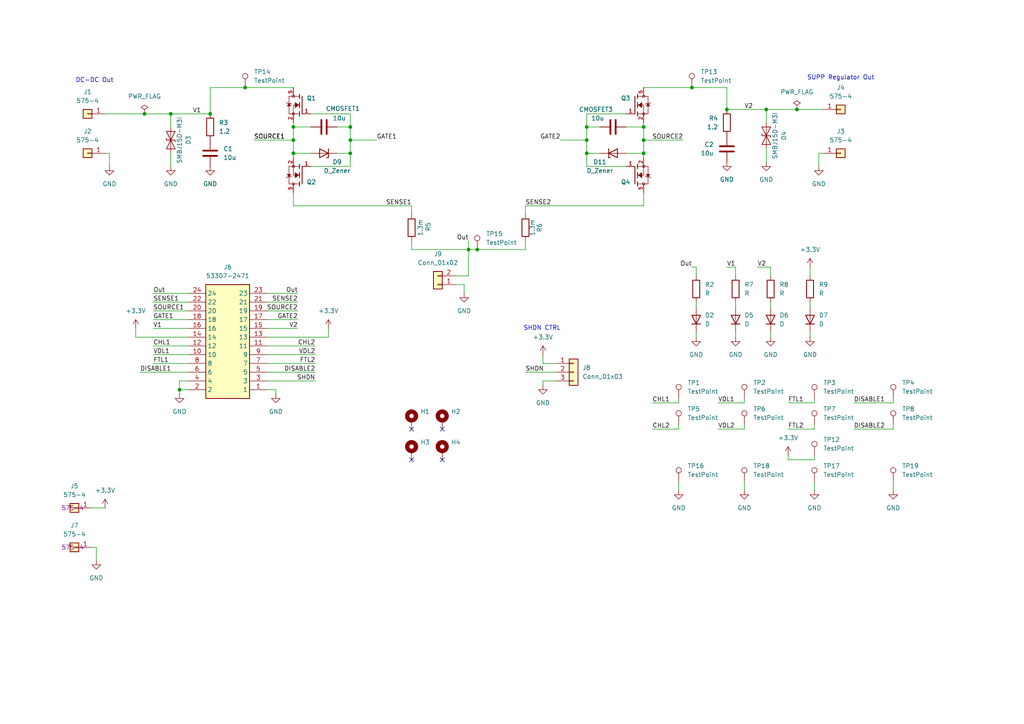
<source format=kicad_sch>
(kicad_sch (version 20250114) (generator "eeschema") (generator_version "9.0")
  (paper "A4")
  (lib_symbols
    (symbol "Connector:TestPoint" (pin_numbers (hide yes)) (pin_names (offset 0.762) (hide yes))
      (property "Reference" "TP" (at 0 6.858 0))
      (property "Value" "TestPoint" (at 0 5.08 0))
      (symbol "TestPoint_1_1"
        (pin passive line (at 0 0 90) (length 2.54) (name "1") (number "1"))
      )
    )
    (symbol "Connector_Generic:Conn_01x01" (pin_names (offset 1.016) (hide yes))
      (property "Reference" "J" (at 0 2.54 0))
      (property "Value" "Conn_01x01" (at 0 -2.54 0))
      (symbol "Conn_01x01_1_1"
        (pin passive line (at -5.08 0 0) (length 3.81) (name "Pin_1") (number "1"))
      )
    )
    (symbol "Connector_Generic:Conn_01x02" (pin_names (offset 1.016) (hide yes))
      (property "Reference" "J" (at 0 2.54 0))
      (property "Value" "Conn_01x02" (at 0 -5.08 0))
      (symbol "Conn_01x02_1_1"
        (pin passive line (at -5.08 0 0) (length 3.81) (name "Pin_1") (number "1"))
        (pin passive line (at -5.08 -2.54 0) (length 3.81) (name "Pin_2") (number "2"))
      )
    )
    (symbol "Connector_Generic:Conn_01x03" (pin_names (offset 1.016) (hide yes))
      (property "Reference" "J" (at 0 5.08 0))
      (property "Value" "Conn_01x03" (at 0 -5.08 0))
      (symbol "Conn_01x03_1_1"
        (pin passive line (at -5.08 2.54 0) (length 3.81) (name "Pin_1") (number "1"))
        (pin passive line (at -5.08 0 0) (length 3.81) (name "Pin_2") (number "2"))
        (pin passive line (at -5.08 -2.54 0) (length 3.81) (name "Pin_3") (number "3"))
      )
    )
    (symbol "Device:D" (pin_numbers (hide yes)) (pin_names (offset 1.016) (hide yes))
      (property "Reference" "D" (at 0 2.54 0))
      (property "Value" "D" (at 0 -2.54 0))
      (symbol "D_1_1"
        (pin passive line (at -3.81 0 0) (length 2.54) (name "K") (number "1"))
        (pin passive line (at 3.81 0 180) (length 2.54) (name "A") (number "2"))
      )
    )
    (symbol "Device:D_Zener" (pin_numbers (hide yes)) (pin_names (offset 1.016) (hide yes))
      (property "Reference" "D" (at 0 2.54 0))
      (property "Value" "D_Zener" (at 0 -2.54 0))
      (symbol "D_Zener_1_1"
        (pin passive line (at -3.81 0 0) (length 2.54) (name "K") (number "1"))
        (pin passive line (at 3.81 0 180) (length 2.54) (name "A") (number "2"))
      )
    )
    (symbol "Device:R" (pin_numbers (hide yes)) (pin_names (offset 0))
      (property "Reference" "R" (at 2.032 0 90))
      (property "Value" "R" (at 0 0 90))
      (symbol "R_1_1"
        (pin passive line (at 0 3.81 270) (length 1.27) (name "~") (number "1"))
        (pin passive line (at 0 -3.81 90) (length 1.27) (name "~") (number "2"))
      )
    )
    (symbol "ECE319K:C" (pin_numbers (hide yes)) (pin_names (offset 0.254))
      (property "Reference" "C" (at 0.635 2.54 0))
      (property "Value" "C" (at 0.635 -2.54 0))
      (symbol "C_1_1"
        (pin passive line (at 0 3.81 270) (length 2.794) (name "~") (number "1"))
        (pin passive line (at 0 -3.81 90) (length 2.794) (name "~") (number "2"))
      )
    )
    (symbol "Mechanical:MountingHole_Pad" (pin_numbers (hide yes)) (pin_names (offset 1.016) (hide yes)) (in_bom no)
      (property "Reference" "H" (at 0 6.35 0))
      (property "Value" "MountingHole_Pad" (at 0 4.445 0))
      (symbol "MountingHole_Pad_1_1"
        (pin input line (at 0 -2.54 90) (length 2.54) (name "1") (number "1"))
      )
    )
    (symbol "PowerBoardLib:SMBJ15D-M3I" (pin_numbers (hide yes)) (pin_names (hide yes))
      (property "Reference" "D" (at 0 5.08 0))
      (property "Value" "SMBJ15D-M3I" (at 0 2.54 0))
      (symbol "SMBJ15D-M3I_1_1"
        (pin passive line (at -3.81 0 0) (length 2.54) (name "K") (number "1"))
        (pin passive line (at 3.81 0 180) (length 2.54) (name "A") (number "2"))
      )
    )
    (symbol "PowerBoardLib:SQJQ140E-T1_GE3" (pin_names (offset 1.016))
      (property "Reference" "Q" (at -8.89 2.54 0))
      (property "Value" "SQJQ140E-T1_GE3" (at -8.89 -7.62 0))
      (symbol "SQJQ140E-T1_GE3_0_0"
        (pin passive line (at -2.54 -2.54 0) (length 2.54) (name "~") (number "1"))
        (pin passive line (at 2.54 5.08 270) (length 2.54) (name "~") (number "5"))
        (pin passive line (at 2.54 -5.08 90) (length 2.54) (name "~") (number "2"))
      )
      (symbol "SQJQ140E-T1_GE3_1_0"
        (pin passive line (at 2.54 -5.08 90) (length 2.54) (hide yes) (name "~") (number "3"))
        (pin passive line (at 2.54 -5.08 90) (length 2.54) (hide yes) (name "~") (number "4"))
      )
    )
    (symbol "power:+3.3V" (power) (pin_numbers (hide yes)) (pin_names (offset 0) (hide yes))
      (property "Value" "+3.3V" (at 0 3.556 0))
      (symbol "+3.3V_1_1"
        (pin power_in line (at 0 0 90) (length 0) (name "~") (number "1"))
      )
    )
    (symbol "power:GND" (power) (pin_numbers (hide yes)) (pin_names (offset 0) (hide yes))
      (property "Value" "GND" (at 0 -3.81 0))
      (symbol "GND_1_1"
        (pin power_in line (at 0 0 270) (length 0) (name "~") (number "1"))
      )
    )
    (symbol "power:PWR_FLAG" (power) (pin_numbers (hide yes)) (pin_names (offset 0) (hide yes))
      (property "Value" "PWR_FLAG" (at 0 3.81 0))
      (symbol "PWR_FLAG_0_0"
        (pin power_out line (at 0 0 90) (length 0) (name "~") (number "1"))
      )
    )
    (symbol "utsvt_connectors:53307-2471"
      (property "Reference" "J" (at 10.16 7.62 0))
      (property "Value" "53307-2471" (at 4.826 5.08 0))
      (symbol "53307-2471_1_1"
        (pin passive line (at 0 0 0) (length 5.08) (name "24") (number "24"))
        (pin passive line (at 0 -2.54 0) (length 5.08) (name "22") (number "22"))
        (pin passive line (at 0 -5.08 0) (length 5.08) (name "20") (number "20"))
        (pin passive line (at 0 -7.62 0) (length 5.08) (name "18") (number "18"))
        (pin passive line (at 0 -10.16 0) (length 5.08) (name "16") (number "16"))
        (pin passive line (at 0 -12.7 0) (length 5.08) (name "14") (number "14"))
        (pin passive line (at 0 -15.24 0) (length 5.08) (name "12") (number "12"))
        (pin passive line (at 0 -17.78 0) (length 5.08) (name "10") (number "10"))
        (pin passive line (at 0 -20.32 0) (length 5.08) (name "8") (number "8"))
        (pin passive line (at 0 -22.86 0) (length 5.08) (name "6") (number "6"))
        (pin passive line (at 0 -25.4 0) (length 5.08) (name "4") (number "4"))
        (pin passive line (at 0 -27.94 0) (length 5.08) (name "2") (number "2"))
        (pin passive line (at 22.86 0 180) (length 5.08) (name "23") (number "23"))
        (pin passive line (at 22.86 -2.54 180) (length 5.08) (name "21") (number "21"))
        (pin passive line (at 22.86 -5.08 180) (length 5.08) (name "19") (number "19"))
        (pin passive line (at 22.86 -7.62 180) (length 5.08) (name "17") (number "17"))
        (pin passive line (at 22.86 -10.16 180) (length 5.08) (name "15") (number "15"))
        (pin passive line (at 22.86 -12.7 180) (length 5.08) (name "13") (number "13"))
        (pin passive line (at 22.86 -15.24 180) (length 5.08) (name "11") (number "11"))
        (pin passive line (at 22.86 -17.78 180) (length 5.08) (name "9") (number "9"))
        (pin passive line (at 22.86 -20.32 180) (length 5.08) (name "7") (number "7"))
        (pin passive line (at 22.86 -22.86 180) (length 5.08) (name "5") (number "5"))
        (pin passive line (at 22.86 -25.4 180) (length 5.08) (name "3") (number "3"))
        (pin passive line (at 22.86 -27.94 180) (length 5.08) (name "1") (number "1"))
      )
    )
  )
  (text "SUPP Regulator Out\n" (at 243.84 22.606 0) (effects (font (size 1.27 1.27))))
  (text "SHDN CTRL" (at 157.226 95.25 0) (effects (font (size 1.27 1.27))))
  (text "DC-DC Out" (at 27.432 23.368 0) (effects (font (size 1.27 1.27))))
  (junction (at 200.66 25.4))
  (junction (at 186.69 36.83))
  (junction (at 135.89 72.39))
  (junction (at 186.69 40.64))
  (junction (at 71.12 25.4))
  (junction (at 222.25 31.75))
  (junction (at 101.6 44.45))
  (junction (at 85.09 40.64))
  (junction (at 210.82 31.75))
  (junction (at 170.18 36.83))
  (junction (at 138.43 72.39))
  (junction (at 41.91 33.02))
  (junction (at 101.6 40.64))
  (junction (at 170.18 44.45))
  (junction (at 101.6 36.83))
  (junction (at 85.09 44.45))
  (junction (at 231.14 31.75))
  (junction (at 52.07 113.03))
  (junction (at 85.09 36.83))
  (junction (at 186.69 44.45))
  (junction (at 60.96 33.02))
  (junction (at 170.18 40.64))
  (junction (at 49.53 33.02))
  (no_connect (at 128.27 133.35))
  (no_connect (at 128.27 124.46))
  (no_connect (at 119.38 124.46))
  (no_connect (at 119.38 133.35))
  (wire (pts (xy 234.95 96.52) (xy 234.95 97.79)))
  (wire (pts (xy 30.48 44.45) (xy 31.75 44.45)))
  (wire (pts (xy 196.85 115.57) (xy 196.85 116.84)))
  (wire (pts (xy 208.28 124.46) (xy 215.9 124.46)))
  (wire (pts (xy 219.71 77.47) (xy 223.52 77.47)))
  (wire (pts (xy 186.69 25.4) (xy 200.66 25.4)))
  (wire (pts (xy 90.17 44.45) (xy 85.09 44.45)))
  (wire (pts (xy 201.93 77.47) (xy 201.93 80.01)))
  (wire (pts (xy 238.76 44.45) (xy 237.49 44.45)))
  (wire (pts (xy 44.45 105.41) (xy 54.61 105.41)))
  (wire (pts (xy 138.43 72.39) (xy 152.4 72.39)))
  (wire (pts (xy 54.61 113.03) (xy 52.07 113.03)))
  (wire (pts (xy 26.67 147.32) (xy 30.48 147.32)))
  (wire (pts (xy 101.6 40.64) (xy 101.6 44.45)))
  (wire (pts (xy 236.22 123.19) (xy 236.22 124.46)))
  (wire (pts (xy 152.4 69.85) (xy 152.4 72.39)))
  (wire (pts (xy 173.99 44.45) (xy 170.18 44.45)))
  (wire (pts (xy 215.9 123.19) (xy 215.9 124.46)))
  (wire (pts (xy 215.9 115.57) (xy 215.9 116.84)))
  (wire (pts (xy 213.36 96.52) (xy 213.36 97.79)))
  (wire (pts (xy 60.96 25.4) (xy 71.12 25.4)))
  (wire (pts (xy 186.69 44.45) (xy 186.69 45.72)))
  (wire (pts (xy 52.07 113.03) (xy 52.07 114.3)))
  (wire (pts (xy 49.53 48.26) (xy 49.53 44.45)))
  (wire (pts (xy 237.49 44.45) (xy 237.49 48.26)))
  (wire (pts (xy 134.62 82.55) (xy 134.62 85.09)))
  (wire (pts (xy 236.22 115.57) (xy 236.22 116.84)))
  (wire (pts (xy 186.69 35.56) (xy 186.69 36.83)))
  (wire (pts (xy 228.6 124.46) (xy 236.22 124.46)))
  (wire (pts (xy 173.99 36.83) (xy 170.18 36.83)))
  (wire (pts (xy 210.82 31.75) (xy 210.82 25.4)))
  (wire (pts (xy 132.08 82.55) (xy 134.62 82.55)))
  (wire (pts (xy 90.17 36.83) (xy 85.09 36.83)))
  (wire (pts (xy 26.67 158.75) (xy 27.94 158.75)))
  (wire (pts (xy 157.48 110.49) (xy 157.48 111.76)))
  (wire (pts (xy 135.89 72.39) (xy 135.89 80.01)))
  (wire (pts (xy 186.69 36.83) (xy 186.69 40.64)))
  (wire (pts (xy 77.47 105.41) (xy 91.44 105.41)))
  (wire (pts (xy 101.6 40.64) (xy 109.22 40.64)))
  (wire (pts (xy 152.4 107.95) (xy 161.29 107.95)))
  (wire (pts (xy 132.08 80.01) (xy 135.89 80.01)))
  (wire (pts (xy 222.25 46.99) (xy 222.25 43.18)))
  (wire (pts (xy 152.4 59.69) (xy 152.4 62.23)))
  (wire (pts (xy 213.36 87.63) (xy 213.36 88.9)))
  (wire (pts (xy 77.47 100.33) (xy 91.44 100.33)))
  (wire (pts (xy 152.4 59.69) (xy 186.69 59.69)))
  (wire (pts (xy 40.64 107.95) (xy 54.61 107.95)))
  (wire (pts (xy 210.82 77.47) (xy 213.36 77.47)))
  (wire (pts (xy 60.96 33.02) (xy 60.96 25.4)))
  (wire (pts (xy 236.22 139.7) (xy 236.22 142.24)))
  (wire (pts (xy 223.52 96.52) (xy 223.52 97.79)))
  (wire (pts (xy 90.17 48.26) (xy 101.6 48.26)))
  (wire (pts (xy 196.85 139.7) (xy 196.85 142.24)))
  (wire (pts (xy 222.25 35.56) (xy 222.25 31.75)))
  (wire (pts (xy 85.09 59.69) (xy 119.38 59.69)))
  (wire (pts (xy 259.08 139.7) (xy 259.08 142.24)))
  (wire (pts (xy 157.48 105.41) (xy 161.29 105.41)))
  (wire (pts (xy 97.79 44.45) (xy 101.6 44.45)))
  (wire (pts (xy 101.6 36.83) (xy 101.6 40.64)))
  (wire (pts (xy 77.47 92.71) (xy 86.36 92.71)))
  (wire (pts (xy 41.91 33.02) (xy 49.53 33.02)))
  (wire (pts (xy 228.6 133.35) (xy 236.22 133.35)))
  (wire (pts (xy 119.38 72.39) (xy 135.89 72.39)))
  (wire (pts (xy 215.9 139.7) (xy 215.9 142.24)))
  (wire (pts (xy 196.85 123.19) (xy 196.85 124.46)))
  (wire (pts (xy 85.09 55.88) (xy 85.09 59.69)))
  (wire (pts (xy 77.47 97.79) (xy 95.25 97.79)))
  (wire (pts (xy 231.14 31.75) (xy 222.25 31.75)))
  (wire (pts (xy 52.07 110.49) (xy 54.61 110.49)))
  (wire (pts (xy 201.93 96.52) (xy 201.93 97.79)))
  (wire (pts (xy 208.28 116.84) (xy 215.9 116.84)))
  (wire (pts (xy 44.45 87.63) (xy 54.61 87.63)))
  (wire (pts (xy 71.12 25.4) (xy 85.09 25.4)))
  (wire (pts (xy 52.07 110.49) (xy 52.07 113.03)))
  (wire (pts (xy 31.75 44.45) (xy 31.75 48.26)))
  (wire (pts (xy 181.61 44.45) (xy 186.69 44.45)))
  (wire (pts (xy 77.47 87.63) (xy 86.36 87.63)))
  (wire (pts (xy 119.38 69.85) (xy 119.38 72.39)))
  (wire (pts (xy 77.47 102.87) (xy 91.44 102.87)))
  (wire (pts (xy 247.65 124.46) (xy 259.08 124.46)))
  (wire (pts (xy 259.08 123.19) (xy 259.08 124.46)))
  (wire (pts (xy 44.45 95.25) (xy 54.61 95.25)))
  (wire (pts (xy 213.36 77.47) (xy 213.36 80.01)))
  (wire (pts (xy 49.53 36.83) (xy 49.53 33.02)))
  (wire (pts (xy 162.56 40.64) (xy 170.18 40.64)))
  (wire (pts (xy 44.45 102.87) (xy 54.61 102.87)))
  (wire (pts (xy 234.95 77.47) (xy 234.95 80.01)))
  (wire (pts (xy 228.6 132.08) (xy 228.6 133.35)))
  (wire (pts (xy 135.89 69.85) (xy 135.89 72.39)))
  (wire (pts (xy 189.23 116.84) (xy 196.85 116.84)))
  (wire (pts (xy 90.17 33.02) (xy 101.6 33.02)))
  (wire (pts (xy 27.94 158.75) (xy 27.94 162.56)))
  (wire (pts (xy 85.09 40.64) (xy 85.09 44.45)))
  (wire (pts (xy 223.52 87.63) (xy 223.52 88.9)))
  (wire (pts (xy 259.08 115.57) (xy 259.08 116.84)))
  (wire (pts (xy 44.45 85.09) (xy 54.61 85.09)))
  (wire (pts (xy 231.14 31.75) (xy 238.76 31.75)))
  (wire (pts (xy 85.09 36.83) (xy 85.09 40.64)))
  (wire (pts (xy 101.6 44.45) (xy 101.6 48.26)))
  (wire (pts (xy 157.48 110.49) (xy 161.29 110.49)))
  (wire (pts (xy 186.69 55.88) (xy 186.69 59.69)))
  (wire (pts (xy 85.09 44.45) (xy 85.09 45.72)))
  (wire (pts (xy 101.6 33.02) (xy 101.6 36.83)))
  (wire (pts (xy 247.65 116.84) (xy 259.08 116.84)))
  (wire (pts (xy 95.25 95.25) (xy 95.25 97.79)))
  (wire (pts (xy 186.69 40.64) (xy 186.69 44.45)))
  (wire (pts (xy 201.93 87.63) (xy 201.93 88.9)))
  (wire (pts (xy 85.09 35.56) (xy 85.09 36.83)))
  (wire (pts (xy 181.61 33.02) (xy 170.18 33.02)))
  (wire (pts (xy 77.47 113.03) (xy 80.01 113.03)))
  (wire (pts (xy 234.95 87.63) (xy 234.95 88.9)))
  (wire (pts (xy 200.66 25.4) (xy 210.82 25.4)))
  (wire (pts (xy 44.45 92.71) (xy 54.61 92.71)))
  (wire (pts (xy 39.37 97.79) (xy 54.61 97.79)))
  (wire (pts (xy 157.48 102.87) (xy 157.48 105.41)))
  (wire (pts (xy 210.82 31.75) (xy 222.25 31.75)))
  (wire (pts (xy 181.61 36.83) (xy 186.69 36.83)))
  (wire (pts (xy 49.53 33.02) (xy 60.96 33.02)))
  (wire (pts (xy 181.61 48.26) (xy 170.18 48.26)))
  (wire (pts (xy 44.45 100.33) (xy 54.61 100.33)))
  (wire (pts (xy 170.18 40.64) (xy 170.18 44.45)))
  (wire (pts (xy 77.47 110.49) (xy 91.44 110.49)))
  (wire (pts (xy 189.23 124.46) (xy 196.85 124.46)))
  (wire (pts (xy 198.12 40.64) (xy 186.69 40.64)))
  (wire (pts (xy 170.18 33.02) (xy 170.18 36.83)))
  (wire (pts (xy 223.52 77.47) (xy 223.52 80.01)))
  (wire (pts (xy 170.18 36.83) (xy 170.18 40.64)))
  (wire (pts (xy 77.47 90.17) (xy 86.36 90.17)))
  (wire (pts (xy 200.66 77.47) (xy 201.93 77.47)))
  (wire (pts (xy 170.18 44.45) (xy 170.18 48.26)))
  (wire (pts (xy 97.79 36.83) (xy 101.6 36.83)))
  (wire (pts (xy 44.45 90.17) (xy 54.61 90.17)))
  (wire (pts (xy 73.66 40.64) (xy 85.09 40.64)))
  (wire (pts (xy 135.89 72.39) (xy 138.43 72.39)))
  (wire (pts (xy 228.6 116.84) (xy 236.22 116.84)))
  (wire (pts (xy 77.47 107.95) (xy 91.44 107.95)))
  (wire (pts (xy 80.01 113.03) (xy 80.01 114.3)))
  (wire (pts (xy 30.48 33.02) (xy 41.91 33.02)))
  (wire (pts (xy 77.47 95.25) (xy 86.36 95.25)))
  (wire (pts (xy 236.22 132.08) (xy 236.22 133.35)))
  (wire (pts (xy 39.37 95.25) (xy 39.37 97.79)))
  (wire (pts (xy 86.36 85.09) (xy 77.47 85.09)))
  (wire (pts (xy 119.38 59.69) (xy 119.38 62.23)))
  (label "CHL1" (at 44.45 100.33 0))
  (label "SOURCE1" (at 44.45 90.17 0))
  (label "V1" (at 55.88 33.02 0))
  (label "FTL1" (at 228.6 116.84 0))
  (label "DISABLE1" (at 247.65 116.84 0))
  (label "CHL2" (at 189.23 124.46 0))
  (label "VDL2" (at 91.44 102.87 180))
  (label "GATE2" (at 86.36 92.71 180))
  (label "Out" (at 200.66 77.47 180))
  (label "SENSE2" (at 152.4 59.69 0))
  (label "SHDN" (at 91.44 110.49 180))
  (label "DISABLE2" (at 91.44 107.95 180))
  (label "V1" (at 44.45 95.25 0))
  (label "GATE2" (at 162.56 40.64 180))
  (label "GATE1" (at 44.45 92.71 0))
  (label "SENSE2" (at 86.36 87.63 180))
  (label "VDL1" (at 44.45 102.87 0))
  (label "Out" (at 135.89 69.85 180))
  (label "DISABLE2" (at 247.65 124.46 0))
  (label "SOURCE2" (at 86.36 90.17 180))
  (label "V2" (at 215.9 31.75 0))
  (label "VDL1" (at 208.28 116.84 0))
  (label "FTL1" (at 44.45 105.41 0))
  (label "Out" (at 44.45 85.09 0))
  (label "SHDN" (at 152.4 107.95 0))
  (label "VDL2" (at 208.28 124.46 0))
  (label "V2" (at 219.71 77.47 0))
  (label "Out" (at 86.36 85.09 180))
  (label "GATE1" (at 109.22 40.64 0))
  (label "CHL2" (at 91.44 100.33 180))
  (label "CHL1" (at 189.23 116.84 0))
  (label "SOURCE2" (at 198.12 40.64 180))
  (label "FTL2" (at 91.44 105.41 180))
  (label "SOURCE1" (at 73.66 40.64 0))
  (label "SOURCE1" (at 73.66 40.64 0))
  (label "DISABLE1" (at 40.64 107.95 0))
  (label "V2" (at 86.36 95.25 180))
  (label "FTL2" (at 228.6 124.46 0))
  (label "SENSE1" (at 119.38 59.69 180))
  (label "SENSE1" (at 44.45 87.63 0))
  (label "V1" (at 210.82 77.47 0))
  (symbol (lib_id "Connector:TestPoint") (at 259.08 123.19 0) (unit 1) (in_bom no)
    (property "Reference" "TP8" (at 261.62 118.6179 0) (effects (justify left)))
    (property "Value" "TestPoint" (at 261.62 121.1579 0) (effects (justify left)))
    (property "Footprint" "TestPoint:TestPoint_Loop_D3.50mm_Drill1.4mm_Beaded" (effects (hide yes)))
    (property "Description" "test point" (effects (hide yes)))
  )
  (symbol (lib_id "PowerBoardLib:SQJQ140E-T1_GE3") (at 184.15 30.48 0) (unit 1)
    (property "Reference" "Q3" (at 180.086 29.21 0) (effects (justify left bottom)))
    (property "Value" "SQJQ140E-T1_GE3" (effects (hide yes)))
    (property "Footprint" "PowerBoardLib:TO200P800X182-5N" (effects (hide yes)))
    (property "Datasheet" "https://www.vishay.com/docs/77320/sqjq142e.pdf" (effects (hide yes)))
    (property "Description" "460A Id, 40V Vds, N-Channel FET" (effects (hide yes)))
    (property "MF" "Vishay" (effects (hide yes)))
    (property "MAXIMUM_PACKAGE_HEIGHT" "1.827mm" (effects (hide yes)))
    (property "Package" "PowerPAK®-8 Vishay" (effects (hide yes)))
    (property "Price" "None" (effects (hide yes)))
    (property "Check_prices" "https://www.snapeda.com/parts/SQJQ140E-T1_GE3/Vishay/view-part/?ref=eda" (effects (hide yes)))
    (property "STANDARD" "IPC7351B" (effects (hide yes)))
    (property "PARTREV" "05-Aug-2019" (effects (hide yes)))
    (property "SnapEDA_Link" "https://www.snapeda.com/parts/SQJQ140E-T1_GE3/Vishay/view-part/?ref=snap" (effects (hide yes)))
    (property "MP" "SQJQ140E-T1_GE3" (effects (hide yes)))
    (property "Purchase-URL" "https://www.snapeda.com/api/url_track_click_mouser/?unipart_id=9348953&manufacturer=Vishay&part_name=SQJQ140E-T1_GE3&search_term=powerpak® 8 x 8" (effects (hide yes)))
    (property "Description_1" "\nN-Channel 40 V 701A (Tc) 600W (Tc) Surface Mount PowerPAK® 8 x 8\n" (effects (hide yes)))
    (property "MANUFACTURER" "Vishay" (effects (hide yes)))
    (property "Availability" "In Stock" (effects (hide yes)))
    (property "SNAPEDA_PN" "SQJQ140E-T1_GE3" (effects (hide yes)))
    (property "MFG PN" "SQJQ140E-T1_GE3" (effects (hide yes)))
    (property "P/N" "SQJQ140E-T1_GE3" (effects (hide yes)))
  )
  (symbol (lib_id "power:GND") (at 223.52 97.79 0) (unit 1)
    (property "Reference" "#PWR034" (effects (hide yes)))
    (property "Value" "GND" (at 223.52 102.87 0))
    (property "Description" "Power symbol creates a global label with name \"GND\" , ground" (effects (hide yes)))
  )
  (symbol (lib_id "Device:R") (at 152.4 66.04 0) (unit 1)
    (property "Reference" "R6" (at 156.464 66.04 90))
    (property "Value" "1.3m" (at 154.432 66.04 90))
    (property "Footprint" "PowerBoardLib:RESC6432X89N" (effects (hide yes)))
    (property "Description" "Resistor" (effects (hide yes)))
    (property "P/N" "WSLF25121L300FEA" (effects (hide yes)))
  )
  (symbol (lib_id "Connector:TestPoint") (at 215.9 139.7 0) (unit 1) (in_bom no)
    (property "Reference" "TP18" (at 218.44 135.1279 0) (effects (justify left)))
    (property "Value" "TestPoint" (at 218.44 137.6679 0) (effects (justify left)))
    (property "Footprint" "TestPoint:TestPoint_Loop_D3.50mm_Drill1.4mm_Beaded" (effects (hide yes)))
    (property "Description" "test point" (effects (hide yes)))
  )
  (symbol (lib_id "Connector:TestPoint") (at 215.9 115.57 0) (unit 1) (in_bom no)
    (property "Reference" "TP2" (at 218.44 110.9979 0) (effects (justify left)))
    (property "Value" "TestPoint" (at 218.44 113.5379 0) (effects (justify left)))
    (property "Footprint" "TestPoint:TestPoint_Loop_D3.50mm_Drill1.4mm_Beaded" (effects (hide yes)))
    (property "Description" "test point" (effects (hide yes)))
  )
  (symbol (lib_id "power:+3.3V") (at 157.48 102.87 0) (unit 1)
    (property "Reference" "#PWR07" (effects (hide yes)))
    (property "Value" "+3.3V" (at 157.48 97.79 0))
    (property "Description" "Power symbol creates a global label with name \"+3.3V\"" (effects (hide yes)))
  )
  (symbol (lib_id "Connector:TestPoint") (at 215.9 123.19 0) (unit 1) (in_bom no)
    (property "Reference" "TP6" (at 218.44 118.6179 0) (effects (justify left)))
    (property "Value" "TestPoint" (at 218.44 121.1579 0) (effects (justify left)))
    (property "Footprint" "TestPoint:TestPoint_Loop_D3.50mm_Drill1.4mm_Beaded" (effects (hide yes)))
    (property "Description" "test point" (effects (hide yes)))
  )
  (symbol (lib_id "power:GND") (at 236.22 142.24 0) (unit 1)
    (property "Reference" "#PWR037" (effects (hide yes)))
    (property "Value" "GND" (at 236.22 147.32 0))
    (property "Description" "Power symbol creates a global label with name \"GND\" , ground" (effects (hide yes)))
  )
  (symbol (lib_id "Device:R") (at 210.82 35.56 0) (mirror y) (unit 1)
    (property "Reference" "R4" (at 208.28 34.2899 0) (effects (justify left)))
    (property "Value" "1.2" (at 208.28 36.8299 0) (effects (justify left)))
    (property "Footprint" "Resistor_SMD:R_0805_2012Metric" (effects (hide yes)))
    (property "Datasheet" "https://www.koaspeer.com/pdfs/RK73H.pdf" (effects (hide yes)))
    (property "Description" "Resistor" (effects (hide yes)))
    (property "MFG PN" "CRCW06031R20FKEA" (effects (hide yes)))
    (property "P/N" "CRCW06031R20FKEA" (effects (hide yes)))
  )
  (symbol (lib_id "Connector:TestPoint") (at 236.22 115.57 0) (unit 1) (in_bom no)
    (property "Reference" "TP3" (at 238.76 110.9979 0) (effects (justify left)))
    (property "Value" "TestPoint" (at 238.76 113.5379 0) (effects (justify left)))
    (property "Footprint" "TestPoint:TestPoint_Loop_D3.50mm_Drill1.4mm_Beaded" (effects (hide yes)))
    (property "Description" "test point" (effects (hide yes)))
  )
  (symbol (lib_id "Connector_Generic:Conn_01x01") (at 21.59 147.32 0) (mirror y) (unit 1)
    (property "Reference" "J5" (at 21.59 140.97 0))
    (property "Value" "575-4" (at 21.59 143.51 0))
    (property "Footprint" "UTSVT_Connectors:5754" (effects (hide yes)))
    (property "Description" "Generic connector, single row, 01x01, script generated (kicad-library-utils/schlib/autogen/connector/)" (effects (hide yes)))
    (property "P/N" "575-4 " (at 21.59 147.32 0))
  )
  (symbol (lib_id "Connector:TestPoint") (at 196.85 115.57 0) (unit 1) (in_bom no)
    (property "Reference" "TP1" (at 199.39 110.9979 0) (effects (justify left)))
    (property "Value" "TestPoint" (at 199.39 113.5379 0) (effects (justify left)))
    (property "Footprint" "TestPoint:TestPoint_Loop_D3.50mm_Drill1.4mm_Beaded" (effects (hide yes)))
    (property "Description" "test point" (effects (hide yes)))
  )
  (symbol (lib_id "power:GND") (at 259.08 142.24 0) (unit 1)
    (property "Reference" "#PWR039" (effects (hide yes)))
    (property "Value" "GND" (at 259.08 147.32 0))
    (property "Description" "Power symbol creates a global label with name \"GND\" , ground" (effects (hide yes)))
  )
  (symbol (lib_id "power:GND") (at 201.93 97.79 0) (unit 1)
    (property "Reference" "#PWR032" (effects (hide yes)))
    (property "Value" "GND" (at 201.93 102.87 0))
    (property "Description" "Power symbol creates a global label with name \"GND\" , ground" (effects (hide yes)))
  )
  (symbol (lib_id "power:GND") (at 210.82 46.99 0) (unit 1)
    (property "Reference" "#PWR012" (effects (hide yes)))
    (property "Value" "GND" (at 210.82 52.07 0))
    (property "Description" "Power symbol creates a global label with name \"GND\" , ground" (effects (hide yes)))
  )
  (symbol (lib_id "Connector:TestPoint") (at 196.85 139.7 0) (unit 1) (in_bom no)
    (property "Reference" "TP16" (at 199.39 135.1279 0) (effects (justify left)))
    (property "Value" "TestPoint" (at 199.39 137.6679 0) (effects (justify left)))
    (property "Footprint" "TestPoint:TestPoint_Loop_D3.50mm_Drill1.4mm_Beaded" (effects (hide yes)))
    (property "Description" "test point" (effects (hide yes)))
  )
  (symbol (lib_id "Connector_Generic:Conn_01x01") (at 25.4 33.02 0) (mirror y) (unit 1)
    (property "Reference" "J1" (at 25.4 26.67 0))
    (property "Value" "575-4" (at 25.4 29.21 0))
    (property "Footprint" "UTSVT_Connectors:5754" (effects (hide yes)))
    (property "Description" "Generic connector, single row, 01x01, script generated (kicad-library-utils/schlib/autogen/connector/)" (effects (hide yes)))
    (property "P/N" "575-4 " (effects (hide yes)))
  )
  (symbol (lib_id "Connector_Generic:Conn_01x02") (at 127 82.55 180) (unit 1)
    (property "Reference" "J9" (at 127 73.66 0))
    (property "Value" "Conn_01x02" (at 127 76.2 0))
    (property "Footprint" "Connector_AMASS:AMASS_XT30UPB-M_1x02_P5.0mm_Vertical" (effects (hide yes)))
    (property "Description" "Generic connector, single row, 01x02, script generated (kicad-library-utils/schlib/autogen/connector/)" (effects (hide yes)))
    (property "P/N" "PRT-10474 " (effects (hide yes)))
  )
  (symbol (lib_id "Mechanical:MountingHole_Pad") (at 119.38 121.92 0) (unit 1) (in_bom no)
    (property "Reference" "H1" (at 121.92 119.3799 0) (effects (justify left)))
    (property "Value" "MountingHole_Pad" (effects (hide yes)))
    (property "Footprint" "MountingHole:MountingHole_3.2mm_M3_Pad" (effects (hide yes)))
    (property "Description" "Mounting Hole with connection" (effects (hide yes)))
  )
  (symbol (lib_id "Device:R") (at 119.38 66.04 0) (unit 1)
    (property "Reference" "R5" (at 124.206 65.786 90))
    (property "Value" "1.3m" (at 121.92 66.04 90))
    (property "Footprint" "PowerBoardLib:RESC6432X89N" (effects (hide yes)))
    (property "Description" "Resistor" (effects (hide yes)))
    (property "P/N" "WSLF25121L300FEA" (effects (hide yes)))
  )
  (symbol (lib_id "Device:D") (at 234.95 92.71 90) (unit 1)
    (property "Reference" "D7" (at 237.49 91.4399 90) (effects (justify right)))
    (property "Value" "D" (at 237.49 93.9799 90) (effects (justify right)))
    (property "Footprint" "LED_SMD:LED_0603_1608Metric" (effects (hide yes)))
    (property "Description" "Diode" (effects (hide yes)))
    (property "Sim.Device" "D" (effects (hide yes)))
    (property "Sim.Pins" "1=K 2=A" (effects (hide yes)))
    (property "P/N" "LTST-C193TBKT-5A" (effects (hide yes)))
  )
  (symbol (lib_id "Mechanical:MountingHole_Pad") (at 119.38 130.81 0) (unit 1) (in_bom no)
    (property "Reference" "H3" (at 121.92 128.2699 0) (effects (justify left)))
    (property "Value" "MountingHole_Pad" (effects (hide yes)))
    (property "Footprint" "MountingHole:MountingHole_3.2mm_M3_Pad" (effects (hide yes)))
    (property "Description" "Mounting Hole with connection" (effects (hide yes)))
  )
  (symbol (lib_id "Connector:TestPoint") (at 196.85 123.19 0) (unit 1) (in_bom no)
    (property "Reference" "TP5" (at 199.39 118.6179 0) (effects (justify left)))
    (property "Value" "TestPoint" (at 199.39 121.1579 0) (effects (justify left)))
    (property "Footprint" "TestPoint:TestPoint_Loop_D3.50mm_Drill1.4mm_Beaded" (effects (hide yes)))
    (property "Description" "test point" (effects (hide yes)))
  )
  (symbol (lib_id "power:GND") (at 60.96 48.26 0) (unit 1)
    (property "Reference" "#PWR010" (effects (hide yes)))
    (property "Value" "GND" (at 60.96 53.34 0))
    (property "Description" "Power symbol creates a global label with name \"GND\" , ground" (effects (hide yes)))
  )
  (symbol (lib_id "Connector:TestPoint") (at 236.22 139.7 0) (unit 1) (in_bom no)
    (property "Reference" "TP17" (at 238.76 135.1279 0) (effects (justify left)))
    (property "Value" "TestPoint" (at 238.76 137.6679 0) (effects (justify left)))
    (property "Footprint" "TestPoint:TestPoint_Loop_D3.50mm_Drill1.4mm_Beaded" (effects (hide yes)))
    (property "Description" "test point" (effects (hide yes)))
  )
  (symbol (lib_id "power:+3.3V") (at 228.6 132.08 0) (unit 1)
    (property "Reference" "#PWR08" (effects (hide yes)))
    (property "Value" "+3.3V" (at 228.6 127 0))
    (property "Description" "Power symbol creates a global label with name \"+3.3V\"" (effects (hide yes)))
  )
  (symbol (lib_id "Device:D") (at 201.93 92.71 90) (unit 1)
    (property "Reference" "D2" (at 204.47 91.4399 90) (effects (justify right)))
    (property "Value" "D" (at 204.47 93.9799 90) (effects (justify right)))
    (property "Footprint" "LED_SMD:LED_0603_1608Metric" (effects (hide yes)))
    (property "Description" "Diode" (effects (hide yes)))
    (property "Sim.Device" "D" (effects (hide yes)))
    (property "Sim.Pins" "1=K 2=A" (effects (hide yes)))
    (property "P/N" "LTST-C193TBKT-5A" (effects (hide yes)))
  )
  (symbol (lib_id "PowerBoardLib:SQJQ140E-T1_GE3") (at 184.15 50.8 0) (mirror x) (unit 1)
    (property "Reference" "Q4" (at 180.086 52.07 0) (effects (justify left bottom)))
    (property "Value" "SQJQ140E-T1_GE3" (effects (hide yes)))
    (property "Footprint" "PowerBoardLib:TO200P800X182-5N" (effects (hide yes)))
    (property "Datasheet" "https://www.vishay.com/docs/77320/sqjq142e.pdf" (effects (hide yes)))
    (property "Description" "460A Id, 40V Vds, N-Channel FET" (effects (hide yes)))
    (property "MF" "Vishay" (effects (hide yes)))
    (property "MAXIMUM_PACKAGE_HEIGHT" "1.827mm" (effects (hide yes)))
    (property "Package" "PowerPAK®-8 Vishay" (effects (hide yes)))
    (property "Price" "None" (effects (hide yes)))
    (property "Check_prices" "https://www.snapeda.com/parts/SQJQ140E-T1_GE3/Vishay/view-part/?ref=eda" (effects (hide yes)))
    (property "STANDARD" "IPC7351B" (effects (hide yes)))
    (property "PARTREV" "05-Aug-2019" (effects (hide yes)))
    (property "SnapEDA_Link" "https://www.snapeda.com/parts/SQJQ140E-T1_GE3/Vishay/view-part/?ref=snap" (effects (hide yes)))
    (property "MP" "SQJQ140E-T1_GE3" (effects (hide yes)))
    (property "Purchase-URL" "https://www.snapeda.com/api/url_track_click_mouser/?unipart_id=9348953&manufacturer=Vishay&part_name=SQJQ140E-T1_GE3&search_term=powerpak® 8 x 8" (effects (hide yes)))
    (property "Description_1" "\nN-Channel 40 V 701A (Tc) 600W (Tc) Surface Mount PowerPAK® 8 x 8\n" (effects (hide yes)))
    (property "MANUFACTURER" "Vishay" (effects (hide yes)))
    (property "Availability" "In Stock" (effects (hide yes)))
    (property "SNAPEDA_PN" "SQJQ140E-T1_GE3" (effects (hide yes)))
    (property "MFG PN" "SQJQ140E-T1_GE3" (effects (hide yes)))
    (property "P/N" "SQJQ140E-T1_GE3" (effects (hide yes)))
  )
  (symbol (lib_id "power:GND") (at 215.9 142.24 0) (unit 1)
    (property "Reference" "#PWR038" (effects (hide yes)))
    (property "Value" "GND" (at 215.9 147.32 0))
    (property "Description" "Power symbol creates a global label with name \"GND\" , ground" (effects (hide yes)))
  )
  (symbol (lib_id "Device:D_Zener") (at 177.8 44.45 0) (mirror x) (unit 1)
    (property "Reference" "D11" (at 173.99 46.99 0))
    (property "Value" "D_Zener" (at 173.99 49.53 0))
    (property "Footprint" "Diode_SMD:D_SOD-523" (effects (hide yes)))
    (property "Datasheet" "https://www.mouser.com/datasheet/2/115/DIOD_S_A0003550665_1-2542209.pdf" (effects (hide yes)))
    (property "Description" "Zener diode" (effects (hide yes)))
    (property "MFG PN" "DDZ9703T-7" (effects (hide yes)))
    (property "P/N" "DDZ9703T-7" (effects (hide yes)))
  )
  (symbol (lib_id "Connector_Generic:Conn_01x01") (at 25.4 44.45 0) (mirror y) (unit 1)
    (property "Reference" "J2" (at 25.4 38.1 0))
    (property "Value" "575-4" (at 25.4 40.64 0))
    (property "Footprint" "UTSVT_Connectors:5754" (effects (hide yes)))
    (property "Description" "Generic connector, single row, 01x01, script generated (kicad-library-utils/schlib/autogen/connector/)" (effects (hide yes)))
    (property "P/N" "575-4 " (effects (hide yes)))
  )
  (symbol (lib_id "Connector_Generic:Conn_01x01") (at 21.59 158.75 0) (mirror y) (unit 1)
    (property "Reference" "J7" (at 21.59 152.4 0))
    (property "Value" "575-4" (at 21.59 154.94 0))
    (property "Footprint" "UTSVT_Connectors:5754" (effects (hide yes)))
    (property "Description" "Generic connector, single row, 01x01, script generated (kicad-library-utils/schlib/autogen/connector/)" (effects (hide yes)))
    (property "P/N" "575-4 " (at 21.59 158.75 0))
  )
  (symbol (lib_id "Device:D") (at 213.36 92.71 90) (unit 1)
    (property "Reference" "D5" (at 215.9 91.4399 90) (effects (justify right)))
    (property "Value" "D" (at 215.9 93.9799 90) (effects (justify right)))
    (property "Footprint" "LED_SMD:LED_0603_1608Metric" (effects (hide yes)))
    (property "Description" "Diode" (effects (hide yes)))
    (property "Sim.Device" "D" (effects (hide yes)))
    (property "Sim.Pins" "1=K 2=A" (effects (hide yes)))
    (property "P/N" "LTST-C193TBKT-5A" (effects (hide yes)))
  )
  (symbol (lib_id "PowerBoardLib:SQJQ140E-T1_GE3") (at 87.63 50.8 180) (unit 1)
    (property "Reference" "Q2" (at 91.694 52.07 0) (effects (justify left bottom)))
    (property "Value" "SQJQ140E-T1_GE3" (effects (hide yes)))
    (property "Footprint" "PowerBoardLib:TO200P800X182-5N" (effects (hide yes)))
    (property "Datasheet" "https://www.vishay.com/docs/77320/sqjq142e.pdf" (effects (hide yes)))
    (property "Description" "460A Id, 40V Vds, N-Channel FET" (effects (hide yes)))
    (property "MF" "Vishay" (effects (hide yes)))
    (property "MAXIMUM_PACKAGE_HEIGHT" "1.827mm" (effects (hide yes)))
    (property "Package" "PowerPAK®-8 Vishay" (effects (hide yes)))
    (property "Price" "None" (effects (hide yes)))
    (property "Check_prices" "https://www.snapeda.com/parts/SQJQ140E-T1_GE3/Vishay/view-part/?ref=eda" (effects (hide yes)))
    (property "STANDARD" "IPC7351B" (effects (hide yes)))
    (property "PARTREV" "05-Aug-2019" (effects (hide yes)))
    (property "SnapEDA_Link" "https://www.snapeda.com/parts/SQJQ140E-T1_GE3/Vishay/view-part/?ref=snap" (effects (hide yes)))
    (property "MP" "SQJQ140E-T1_GE3" (effects (hide yes)))
    (property "Purchase-URL" "https://www.snapeda.com/api/url_track_click_mouser/?unipart_id=9348953&manufacturer=Vishay&part_name=SQJQ140E-T1_GE3&search_term=powerpak® 8 x 8" (effects (hide yes)))
    (property "Description_1" "\nN-Channel 40 V 701A (Tc) 600W (Tc) Surface Mount PowerPAK® 8 x 8\n" (effects (hide yes)))
    (property "MANUFACTURER" "Vishay" (effects (hide yes)))
    (property "Availability" "In Stock" (effects (hide yes)))
    (property "SNAPEDA_PN" "SQJQ140E-T1_GE3" (effects (hide yes)))
    (property "MFG PN" "SQJQ140E-T1_GE3" (effects (hide yes)))
    (property "P/N" "SQJQ140E-T1_GE3" (effects (hide yes)))
  )
  (symbol (lib_id "ECE319K:C") (at 210.82 43.18 0) (mirror y) (unit 1)
    (property "Reference" "C2" (at 207.01 41.9099 0) (effects (justify left)))
    (property "Value" "10u" (at 207.01 44.4499 0) (effects (justify left)))
    (property "Footprint" "Capacitor_SMD:C_0805_2012Metric" (effects (hide yes)))
    (property "Datasheet" "https://www.mouser.com/datasheet/2/396/taiyo_yuden_12132018_mlcc11_hq_e-1510082.pdf" (effects (hide yes)))
    (property "Description" "Unpolarized capacitor" (effects (hide yes)))
    (property "MFG PN" "TMK212BBJ106MGHT" (effects (hide yes)))
    (property "P/N" "TMK212BBJ106MGHT" (effects (hide yes)))
  )
  (symbol (lib_id "Mechanical:MountingHole_Pad") (at 128.27 130.81 0) (unit 1) (in_bom no)
    (property "Reference" "H4" (at 130.81 128.2699 0) (effects (justify left)))
    (property "Value" "MountingHole_Pad" (effects (hide yes)))
    (property "Footprint" "MountingHole:MountingHole_3.2mm_M3_Pad" (effects (hide yes)))
    (property "Description" "Mounting Hole with connection" (effects (hide yes)))
  )
  (symbol (lib_id "power:GND") (at 31.75 48.26 0) (unit 1)
    (property "Reference" "#PWR011" (effects (hide yes)))
    (property "Value" "GND" (at 31.75 53.34 0))
    (property "Description" "Power symbol creates a global label with name \"GND\" , ground" (effects (hide yes)))
  )
  (symbol (lib_id "Connector_Generic:Conn_01x01") (at 243.84 31.75 0) (unit 1)
    (property "Reference" "J4" (at 243.84 25.4 0))
    (property "Value" "575-4" (at 243.84 27.94 0))
    (property "Footprint" "UTSVT_Connectors:5754" (effects (hide yes)))
    (property "Description" "Generic connector, single row, 01x01, script generated (kicad-library-utils/schlib/autogen/connector/)" (effects (hide yes)))
    (property "P/N" "575-4 " (effects (hide yes)))
  )
  (symbol (lib_id "Connector:TestPoint") (at 259.08 115.57 0) (unit 1) (in_bom no)
    (property "Reference" "TP4" (at 261.62 110.9979 0) (effects (justify left)))
    (property "Value" "TestPoint" (at 261.62 113.5379 0) (effects (justify left)))
    (property "Footprint" "TestPoint:TestPoint_Loop_D3.50mm_Drill1.4mm_Beaded" (effects (hide yes)))
    (property "Description" "test point" (effects (hide yes)))
  )
  (symbol (lib_id "utsvt_connectors:53307-2471") (at 54.61 85.09 0) (unit 1)
    (property "Reference" "J6" (at 66.04 77.47 0))
    (property "Value" "53307-2471" (at 66.04 80.01 0))
    (property "Footprint" "PowerBoardLib:LVMux" (effects (hide yes)))
    (property "Datasheet" "https://www.mouser.com/ProductDetail/Molex/53307-2471?qs=3DzawVMofg%252Bx9c%2FNm7UacA%3D%3D&srsltid=AfmBOoo3FTqnn7XO26oYn_ClMzJiJKKwJ7tetIIyKygtiKxENiX6ckUY" (effects (hide yes)))
    (property "Description" "Board to Board & Mezzanine Connectors 0.8 BtB WaferAssy ST SMT 24Ckt EmbsTpPkg" (effects (hide yes)))
    (property "P/N" "53307-2471" (effects (hide yes)))
    (property "Height" "3.85" (effects (hide yes)))
    (property "Mouser Part Number" "538-53307-2471" (effects (hide yes)))
    (property "Mouser Price/Stock" "https://www.mouser.co.uk/ProductDetail/Molex/53307-2471?qs=3DzawVMofg%252Bx9c%2FNm7UacA%3D%3D" (effects (hide yes)))
  )
  (symbol (lib_id "power:GND") (at 222.25 46.99 0) (unit 1)
    (property "Reference" "#PWR014" (effects (hide yes)))
    (property "Value" "GND" (at 222.25 52.07 0))
    (property "Description" "Power symbol creates a global label with name \"GND\" , ground" (effects (hide yes)))
  )
  (symbol (lib_id "Device:D") (at 223.52 92.71 90) (unit 1)
    (property "Reference" "D6" (at 226.06 91.4399 90) (effects (justify right)))
    (property "Value" "D" (at 226.06 93.9799 90) (effects (justify right)))
    (property "Footprint" "LED_SMD:LED_0603_1608Metric" (effects (hide yes)))
    (property "Description" "Diode" (effects (hide yes)))
    (property "Sim.Device" "D" (effects (hide yes)))
    (property "Sim.Pins" "1=K 2=A" (effects (hide yes)))
    (property "P/N" "LTST-C193TBKT-5A" (effects (hide yes)))
  )
  (symbol (lib_id "Connector:TestPoint") (at 200.66 25.4 0) (unit 1) (in_bom no)
    (property "Reference" "TP13" (at 203.2 20.8279 0) (effects (justify left)))
    (property "Value" "TestPoint" (at 203.2 23.3679 0) (effects (justify left)))
    (property "Footprint" "TestPoint:TestPoint_Loop_D3.50mm_Drill1.4mm_Beaded" (effects (hide yes)))
    (property "Description" "test point" (effects (hide yes)))
  )
  (symbol (lib_id "power:+3.3V") (at 234.95 77.47 0) (unit 1)
    (property "Reference" "#PWR06" (effects (hide yes)))
    (property "Value" "+3.3V" (at 234.95 72.39 0))
    (property "Description" "Power symbol creates a global label with name \"+3.3V\"" (effects (hide yes)))
  )
  (symbol (lib_id "power:GND") (at 157.48 111.76 0) (unit 1)
    (property "Reference" "#PWR031" (effects (hide yes)))
    (property "Value" "GND" (at 157.48 116.84 0))
    (property "Description" "Power symbol creates a global label with name \"GND\" , ground" (effects (hide yes)))
  )
  (symbol (lib_id "PowerBoardLib:SMBJ15D-M3I") (at 222.25 39.37 270) (unit 1)
    (property "Reference" "D4" (at 227.33 39.37 0))
    (property "Value" "SMBJ15D-M3I" (at 224.79 39.37 0))
    (property "Footprint" "PowerBoardLib:P26_DO-214AA_SMB" (effects (hide yes)))
    (property "Datasheet" "https://www.vishay.com/docs/87606/smbj5cdthrusmbj120cd.pdf" (effects (hide yes)))
    (property "Description" "Bidirectional TVS Diode" (effects (hide yes)))
    (property "MFG PN" "SMBJ15D-M3I" (effects (hide yes)))
    (property "P/N" "SMBJ33D" (effects (hide yes)))
  )
  (symbol (lib_id "power:GND") (at 196.85 142.24 0) (unit 1)
    (property "Reference" "#PWR036" (effects (hide yes)))
    (property "Value" "GND" (at 196.85 147.32 0))
    (property "Description" "Power symbol creates a global label with name \"GND\" , ground" (effects (hide yes)))
  )
  (symbol (lib_id "ECE319K:C") (at 60.96 44.45 0) (unit 1)
    (property "Reference" "C1" (at 64.77 43.1799 0) (effects (justify left)))
    (property "Value" "10u" (at 64.77 45.7199 0) (effects (justify left)))
    (property "Footprint" "Capacitor_SMD:C_0805_2012Metric" (effects (hide yes)))
    (property "Datasheet" "https://www.mouser.com/datasheet/2/396/taiyo_yuden_12132018_mlcc11_hq_e-1510082.pdf" (effects (hide yes)))
    (property "Description" "Unpolarized capacitor" (effects (hide yes)))
    (property "MFG PN" "TMK212BBJ106MGHT" (effects (hide yes)))
    (property "P/N" "TMK212BBJ106MGHT" (effects (hide yes)))
  )
  (symbol (lib_id "power:GND") (at 27.94 162.56 0) (unit 1)
    (property "Reference" "#PWR015" (effects (hide yes)))
    (property "Value" "GND" (at 27.94 167.64 0))
    (property "Description" "Power symbol creates a global label with name \"GND\" , ground" (effects (hide yes)))
  )
  (symbol (lib_id "power:GND") (at 52.07 114.3 0) (unit 1)
    (property "Reference" "#PWR01" (effects (hide yes)))
    (property "Value" "GND" (at 52.07 119.38 0))
    (property "Description" "Power symbol creates a global label with name \"GND\" , ground" (effects (hide yes)))
  )
  (symbol (lib_id "ECE319K:C") (at 93.98 36.83 270) (unit 1)
    (property "Reference" "CMOSFET1" (at 94.488 31.496 90) (effects (justify left)))
    (property "Value" "10u" (at 96.52 34.29 90) (effects (justify left)))
    (property "Footprint" "Capacitor_SMD:C_0805_2012Metric" (effects (hide yes)))
    (property "Datasheet" "https://www.mouser.com/datasheet/2/396/taiyo_yuden_12132018_mlcc11_hq_e-1510082.pdf" (effects (hide yes)))
    (property "Description" "Unpolarized capacitor" (effects (hide yes)))
    (property "MFG PN" "TMK212BBJ106MGHT" (effects (hide yes)))
    (property "P/N" "TMK212BBJ106MGHT" (effects (hide yes)))
  )
  (symbol (lib_id "Device:R") (at 223.52 83.82 0) (unit 1)
    (property "Reference" "R8" (at 226.06 82.5499 0) (effects (justify left)))
    (property "Value" "R" (at 226.06 85.0899 0) (effects (justify left)))
    (property "Footprint" "Resistor_SMD:R_0603_1608Metric_Pad0.98x0.95mm_HandSolder" (effects (hide yes)))
    (property "Description" "Resistor" (effects (hide yes)))
    (property "P/N" "CRCW06032K00FKEA" (effects (hide yes)))
  )
  (symbol (lib_id "Mechanical:MountingHole_Pad") (at 128.27 121.92 0) (unit 1) (in_bom no)
    (property "Reference" "H2" (at 130.81 119.3799 0) (effects (justify left)))
    (property "Value" "MountingHole_Pad" (effects (hide yes)))
    (property "Footprint" "MountingHole:MountingHole_3.2mm_M3_Pad" (effects (hide yes)))
    (property "Description" "Mounting Hole with connection" (effects (hide yes)))
  )
  (symbol (lib_id "Device:R") (at 213.36 83.82 0) (unit 1)
    (property "Reference" "R7" (at 215.9 82.5499 0) (effects (justify left)))
    (property "Value" "R" (at 215.9 85.0899 0) (effects (justify left)))
    (property "Footprint" "Resistor_SMD:R_0603_1608Metric_Pad0.98x0.95mm_HandSolder" (effects (hide yes)))
    (property "Description" "Resistor" (effects (hide yes)))
    (property "P/N" "CRCW06032K00FKEA" (effects (hide yes)))
  )
  (symbol (lib_id "power:PWR_FLAG") (at 231.14 31.75 0) (unit 1)
    (property "Reference" "#FLG03" (effects (hide yes)))
    (property "Value" "PWR_FLAG" (at 231.14 26.67 0))
    (property "Description" "Special symbol for telling ERC where power comes from" (effects (hide yes)))
  )
  (symbol (lib_id "power:+3.3V") (at 95.25 95.25 0) (unit 1)
    (property "Reference" "#PWR05" (effects (hide yes)))
    (property "Value" "+3.3V" (at 95.25 90.17 0))
    (property "Description" "Power symbol creates a global label with name \"+3.3V\"" (effects (hide yes)))
  )
  (symbol (lib_id "power:GND") (at 234.95 97.79 0) (unit 1)
    (property "Reference" "#PWR035" (effects (hide yes)))
    (property "Value" "GND" (at 234.95 102.87 0))
    (property "Description" "Power symbol creates a global label with name \"GND\" , ground" (effects (hide yes)))
  )
  (symbol (lib_id "power:GND") (at 237.49 48.26 0) (mirror y) (unit 1)
    (property "Reference" "#PWR013" (effects (hide yes)))
    (property "Value" "GND" (at 237.49 53.34 0))
    (property "Description" "Power symbol creates a global label with name \"GND\" , ground" (effects (hide yes)))
  )
  (symbol (lib_id "Connector:TestPoint") (at 138.43 72.39 0) (unit 1) (in_bom no)
    (property "Reference" "TP15" (at 140.97 67.8179 0) (effects (justify left)))
    (property "Value" "TestPoint" (at 140.97 70.3579 0) (effects (justify left)))
    (property "Footprint" "TestPoint:TestPoint_Loop_D3.50mm_Drill1.4mm_Beaded" (effects (hide yes)))
    (property "Description" "test point" (effects (hide yes)))
  )
  (symbol (lib_id "Device:R") (at 234.95 83.82 0) (unit 1)
    (property "Reference" "R9" (at 237.49 82.5499 0) (effects (justify left)))
    (property "Value" "R" (at 237.49 85.0899 0) (effects (justify left)))
    (property "Footprint" "Resistor_SMD:R_0603_1608Metric_Pad0.98x0.95mm_HandSolder" (effects (hide yes)))
    (property "Description" "Resistor" (effects (hide yes)))
    (property "P/N" "CRCW06032K00FKEA" (effects (hide yes)))
  )
  (symbol (lib_id "power:GND") (at 49.53 48.26 0) (unit 1)
    (property "Reference" "#PWR09" (effects (hide yes)))
    (property "Value" "GND" (at 49.53 53.34 0))
    (property "Description" "Power symbol creates a global label with name \"GND\" , ground" (effects (hide yes)))
  )
  (symbol (lib_id "power:PWR_FLAG") (at 41.91 33.02 0) (unit 1)
    (property "Reference" "#FLG02" (effects (hide yes)))
    (property "Value" "PWR_FLAG" (at 41.91 27.94 0))
    (property "Description" "Special symbol for telling ERC where power comes from" (effects (hide yes)))
  )
  (symbol (lib_id "PowerBoardLib:SMBJ15D-M3I") (at 49.53 40.64 270) (unit 1)
    (property "Reference" "D3" (at 54.61 40.64 0))
    (property "Value" "SMBJ15D-M3I" (at 52.07 40.64 0))
    (property "Footprint" "PowerBoardLib:P26_DO-214AA_SMB" (effects (hide yes)))
    (property "Datasheet" "https://www.vishay.com/docs/87606/smbj5cdthrusmbj120cd.pdf" (effects (hide yes)))
    (property "Description" "Bidirectional TVS Diode" (effects (hide yes)))
    (property "MFG PN" "SMBJ15D-M3I" (effects (hide yes)))
    (property "P/N" "SMBJ33D" (effects (hide yes)))
  )
  (symbol (lib_id "Connector_Generic:Conn_01x01") (at 243.84 44.45 0) (unit 1)
    (property "Reference" "J3" (at 243.84 38.1 0))
    (property "Value" "575-4" (at 243.84 40.64 0))
    (property "Footprint" "UTSVT_Connectors:5754" (effects (hide yes)))
    (property "Description" "Generic connector, single row, 01x01, script generated (kicad-library-utils/schlib/autogen/connector/)" (effects (hide yes)))
    (property "P/N" "575-4 " (effects (hide yes)))
  )
  (symbol (lib_id "Device:R") (at 201.93 83.82 0) (unit 1)
    (property "Reference" "R2" (at 204.47 82.5499 0) (effects (justify left)))
    (property "Value" "R" (at 204.47 85.0899 0) (effects (justify left)))
    (property "Footprint" "Resistor_SMD:R_0603_1608Metric_Pad0.98x0.95mm_HandSolder" (effects (hide yes)))
    (property "Description" "Resistor" (effects (hide yes)))
    (property "P/N" "CRCW06032K00FKEA" (effects (hide yes)))
  )
  (symbol (lib_id "ECE319K:C") (at 177.8 36.83 90) (mirror x) (unit 1)
    (property "Reference" "CMOSFET3" (at 177.8 31.75 90) (effects (justify left)))
    (property "Value" "10u" (at 175.26 34.29 90) (effects (justify left)))
    (property "Footprint" "Capacitor_SMD:C_0805_2012Metric" (effects (hide yes)))
    (property "Datasheet" "https://www.mouser.com/datasheet/2/396/taiyo_yuden_12132018_mlcc11_hq_e-1510082.pdf" (effects (hide yes)))
    (property "Description" "Unpolarized capacitor" (effects (hide yes)))
    (property "MFG PN" "TMK212BBJ106MGHT" (effects (hide yes)))
    (property "P/N" "TMK212BBJ106MGHT" (effects (hide yes)))
  )
  (symbol (lib_id "power:GND") (at 213.36 97.79 0) (unit 1)
    (property "Reference" "#PWR033" (effects (hide yes)))
    (property "Value" "GND" (at 213.36 102.87 0))
    (property "Description" "Power symbol creates a global label with name \"GND\" , ground" (effects (hide yes)))
  )
  (symbol (lib_id "PowerBoardLib:SQJQ140E-T1_GE3") (at 87.63 30.48 0) (mirror y) (unit 1)
    (property "Reference" "Q1" (at 91.694 29.21 0) (effects (justify left bottom)))
    (property "Value" "SQJQ140E-T1_GE3" (effects (hide yes)))
    (property "Footprint" "PowerBoardLib:TO200P800X182-5N" (effects (hide yes)))
    (property "Datasheet" "https://www.vishay.com/docs/77320/sqjq142e.pdf" (effects (hide yes)))
    (property "Description" "460A Id, 40V Vds, N-Channel FET" (effects (hide yes)))
    (property "MF" "Vishay" (effects (hide yes)))
    (property "MAXIMUM_PACKAGE_HEIGHT" "1.827mm" (effects (hide yes)))
    (property "Package" "PowerPAK®-8 Vishay" (effects (hide yes)))
    (property "Price" "None" (effects (hide yes)))
    (property "Check_prices" "https://www.snapeda.com/parts/SQJQ140E-T1_GE3/Vishay/view-part/?ref=eda" (effects (hide yes)))
    (property "STANDARD" "IPC7351B" (effects (hide yes)))
    (property "PARTREV" "05-Aug-2019" (effects (hide yes)))
    (property "SnapEDA_Link" "https://www.snapeda.com/parts/SQJQ140E-T1_GE3/Vishay/view-part/?ref=snap" (effects (hide yes)))
    (property "MP" "SQJQ140E-T1_GE3" (effects (hide yes)))
    (property "Purchase-URL" "https://www.snapeda.com/api/url_track_click_mouser/?unipart_id=9348953&manufacturer=Vishay&part_name=SQJQ140E-T1_GE3&search_term=powerpak® 8 x 8" (effects (hide yes)))
    (property "Description_1" "\nN-Channel 40 V 701A (Tc) 600W (Tc) Surface Mount PowerPAK® 8 x 8\n" (effects (hide yes)))
    (property "MANUFACTURER" "Vishay" (effects (hide yes)))
    (property "Availability" "In Stock" (effects (hide yes)))
    (property "SNAPEDA_PN" "SQJQ140E-T1_GE3" (effects (hide yes)))
    (property "MFG PN" "SQJQ140E-T1_GE3" (effects (hide yes)))
    (property "P/N" "SQJQ140E-T1_GE3" (effects (hide yes)))
  )
  (symbol (lib_id "Device:R") (at 60.96 36.83 0) (unit 1)
    (property "Reference" "R3" (at 63.5 35.5599 0) (effects (justify left)))
    (property "Value" "1.2" (at 63.5 38.0999 0) (effects (justify left)))
    (property "Footprint" "Resistor_SMD:R_0805_2012Metric" (effects (hide yes)))
    (property "Datasheet" "https://www.koaspeer.com/pdfs/RK73H.pdf" (effects (hide yes)))
    (property "Description" "Resistor" (effects (hide yes)))
    (property "MFG PN" "CRCW06031R20FKEA" (effects (hide yes)))
    (property "P/N" "CRCW06031R20FKEA" (effects (hide yes)))
  )
  (symbol (lib_id "Connector:TestPoint") (at 71.12 25.4 0) (unit 1) (in_bom no)
    (property "Reference" "TP14" (at 73.66 20.8279 0) (effects (justify left)))
    (property "Value" "TestPoint" (at 73.66 23.3679 0) (effects (justify left)))
    (property "Footprint" "TestPoint:TestPoint_Loop_D3.50mm_Drill1.4mm_Beaded" (effects (hide yes)))
    (property "Description" "test point" (effects (hide yes)))
  )
  (symbol (lib_id "Connector:TestPoint") (at 259.08 139.7 0) (unit 1) (in_bom no)
    (property "Reference" "TP19" (at 261.62 135.1279 0) (effects (justify left)))
    (property "Value" "TestPoint" (at 261.62 137.6679 0) (effects (justify left)))
    (property "Footprint" "TestPoint:TestPoint_Loop_D3.50mm_Drill1.4mm_Beaded" (effects (hide yes)))
    (property "Description" "test point" (effects (hide yes)))
  )
  (symbol (lib_id "power:GND") (at 134.62 85.09 0) (unit 1)
    (property "Reference" "#PWR030" (effects (hide yes)))
    (property "Value" "GND" (at 134.62 90.17 0))
    (property "Description" "Power symbol creates a global label with name \"GND\" , ground" (effects (hide yes)))
  )
  (symbol (lib_id "Device:D_Zener") (at 93.98 44.45 180) (unit 1)
    (property "Reference" "D9" (at 97.79 46.99 0))
    (property "Value" "D_Zener" (at 97.79 49.53 0))
    (property "Footprint" "Diode_SMD:D_SOD-523" (effects (hide yes)))
    (property "Datasheet" "https://www.mouser.com/datasheet/2/115/DIOD_S_A0003550665_1-2542209.pdf" (effects (hide yes)))
    (property "Description" "Zener diode" (effects (hide yes)))
    (property "MFG PN" "DDZ9703T-7" (effects (hide yes)))
    (property "P/N" "DDZ9703T-7" (effects (hide yes)))
  )
  (symbol (lib_id "Connector:TestPoint") (at 236.22 123.19 0) (unit 1) (in_bom no)
    (property "Reference" "TP7" (at 238.76 118.6179 0) (effects (justify left)))
    (property "Value" "TestPoint" (at 238.76 121.1579 0) (effects (justify left)))
    (property "Footprint" "TestPoint:TestPoint_Loop_D3.50mm_Drill1.4mm_Beaded" (effects (hide yes)))
    (property "Description" "test point" (effects (hide yes)))
  )
  (symbol (lib_id "Connector_Generic:Conn_01x03") (at 166.37 107.95 0) (unit 1) (in_bom no)
    (property "Reference" "J8" (at 168.91 106.6799 0) (effects (justify left)))
    (property "Value" "Conn_01x03" (at 168.91 109.2199 0) (effects (justify left)))
    (property "Footprint" "Connector_PinHeader_2.54mm:PinHeader_1x03_P2.54mm_Vertical" (effects (hide yes)))
    (property "Description" "Generic connector, single row, 01x03, script generated (kicad-library-utils/schlib/autogen/connector/)" (effects (hide yes)))
  )
  (symbol (lib_id "power:+3.3V") (at 30.48 147.32 0) (unit 1)
    (property "Reference" "#PWR02" (effects (hide yes)))
    (property "Value" "+3.3V" (at 30.48 142.24 0))
    (property "Description" "Power symbol creates a global label with name \"+3.3V\"" (effects (hide yes)))
  )
  (symbol (lib_id "power:GND") (at 80.01 114.3 0) (mirror y) (unit 1)
    (property "Reference" "#PWR04" (effects (hide yes)))
    (property "Value" "GND" (at 80.01 119.38 0))
    (property "Description" "Power symbol creates a global label with name \"GND\" , ground" (effects (hide yes)))
  )
  (symbol (lib_id "Connector:TestPoint") (at 236.22 132.08 0) (unit 1) (in_bom no)
    (property "Reference" "TP12" (at 238.76 127.5079 0) (effects (justify left)))
    (property "Value" "TestPoint" (at 238.76 130.0479 0) (effects (justify left)))
    (property "Footprint" "TestPoint:TestPoint_Loop_D3.50mm_Drill1.4mm_Beaded" (effects (hide yes)))
    (property "Description" "test point" (effects (hide yes)))
  )
  (symbol (lib_id "power:+3.3V") (at 39.37 95.25 0) (unit 1)
    (property "Reference" "#PWR03" (effects (hide yes)))
    (property "Value" "+3.3V" (at 39.37 90.17 0))
    (property "Description" "Power symbol creates a global label with name \"+3.3V\"" (effects (hide yes)))
  )
)
</source>
